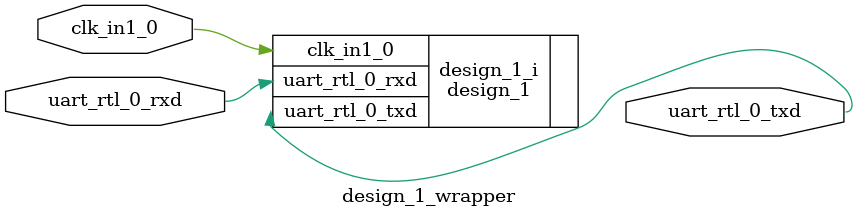
<source format=v>
`timescale 1 ps / 1 ps

module design_1_wrapper
   (clk_in1_0,
    uart_rtl_0_rxd,
    uart_rtl_0_txd);
  input clk_in1_0;
  input uart_rtl_0_rxd;
  output uart_rtl_0_txd;

  wire clk_in1_0;
  wire uart_rtl_0_rxd;
  wire uart_rtl_0_txd;

  design_1 design_1_i
       (.clk_in1_0(clk_in1_0),
        .uart_rtl_0_rxd(uart_rtl_0_rxd),
        .uart_rtl_0_txd(uart_rtl_0_txd));
endmodule

</source>
